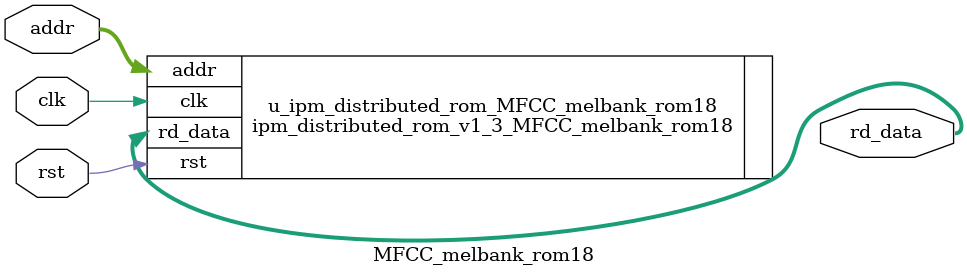
<source format=v>


`timescale 1 ns / 1 ps
module MFCC_melbank_rom18
    (
     addr        ,
     rst         ,
     clk         ,
     rd_data
    );

    localparam ADDR_WIDTH = 9 ; //@IPC int 4,10

    localparam DATA_WIDTH = 8 ; //@IPC int 1,256

    localparam RST_TYPE = "ASYNC" ; //@IPC enum ASYNC,SYNC

    localparam OUT_REG = 0 ; //@IPC bool

    localparam INIT_ENABLE = 1 ; //@IPC bool

    localparam INIT_FILE = "D:/PDS_FPGA/Audio_test/ipcore/MFCC_melbank_rom18/rtl/output17_MFCC_melbank_rom18.dat" ; //@IPC string

    localparam FILE_FORMAT = "BIN" ; //@IPC enum BIN,HEX


     output   wire  [DATA_WIDTH-1:0]       rd_data ;
     input    wire  [ADDR_WIDTH-1:0]       addr    ;
     input                                 clk     ;
     input                                 rst     ;

ipm_distributed_rom_v1_3_MFCC_melbank_rom18
   #(
     .ADDR_WIDTH    (ADDR_WIDTH     ), //address width   range:4-10
     .DATA_WIDTH    (DATA_WIDTH     ), //data width      range:4-256
     .RST_TYPE      (RST_TYPE       ), //reset type   "ASYNC_RESET" "SYNC_RESET"
     .OUT_REG       (OUT_REG        ), //output options :non_register(0)  register(1)
     .INIT_FILE     (INIT_FILE      ), //legal value:"NONE" or "initial file name"
     .FILE_FORMAT   (FILE_FORMAT    )  //initial data format : "bin" or "hex"
    )u_ipm_distributed_rom_MFCC_melbank_rom18
    (
     .rd_data       (rd_data        ),
     .addr          (addr           ),
     .clk           (clk            ),
     .rst           (rst            )

    );
endmodule

</source>
